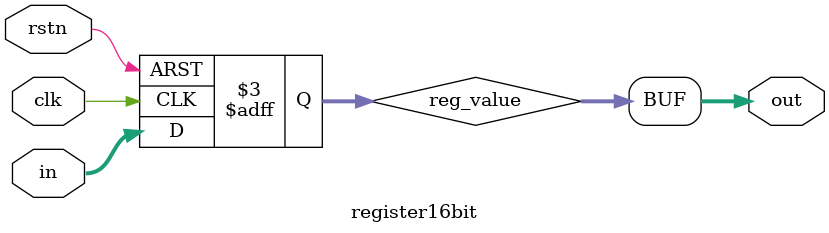
<source format=sv>
module register16bit 
(
	clk, rstn, in, out
);

input     clk;
input     rstn;
input  [15:0] in;
logic  [15:0] reg_value;
output [15:0] out;

always @(posedge clk or negedge rstn ) begin
	if (~rstn) begin
		reg_value   <= {16{1'b0}};
	end
	else begin
		reg_value   <= in;
	end
end

assign out = reg_value;

endmodule


</source>
